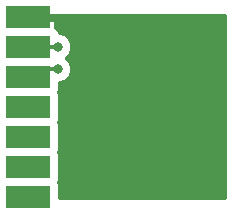
<source format=gbl>
G75*
%MOIN*%
%OFA0B0*%
%FSLAX25Y25*%
%IPPOS*%
%LPD*%
%AMOC8*
5,1,8,0,0,1.08239X$1,22.5*
%
%ADD10R,0.15000X0.07600*%
%ADD11C,0.01600*%
%ADD12C,0.03175*%
%ADD13C,0.01200*%
D10*
X0020500Y0006800D03*
X0020500Y0016800D03*
X0020500Y0026800D03*
X0020500Y0036800D03*
X0020500Y0046800D03*
X0020500Y0056800D03*
X0020500Y0066800D03*
D11*
X0021300Y0067000D02*
X0021300Y0066000D01*
X0029800Y0066000D01*
X0029800Y0063318D01*
X0029813Y0063313D01*
X0030713Y0062413D01*
X0031055Y0061587D01*
X0031452Y0061587D01*
X0033212Y0060859D01*
X0034559Y0059512D01*
X0035287Y0057752D01*
X0035287Y0055848D01*
X0034559Y0054088D01*
X0033520Y0053050D01*
X0034559Y0052012D01*
X0035287Y0050252D01*
X0035287Y0048348D01*
X0034559Y0046588D01*
X0033212Y0045241D01*
X0031452Y0044513D01*
X0031200Y0044513D01*
X0031200Y0042363D01*
X0030967Y0041800D01*
X0031200Y0041237D01*
X0031200Y0032363D01*
X0030967Y0031800D01*
X0031200Y0031237D01*
X0031200Y0022363D01*
X0030967Y0021800D01*
X0031200Y0021237D01*
X0031200Y0012363D01*
X0030967Y0011800D01*
X0031200Y0011237D01*
X0031200Y0006600D01*
X0085700Y0006600D01*
X0085700Y0067000D01*
X0021300Y0067000D01*
X0029800Y0065740D02*
X0085700Y0065740D01*
X0085700Y0064142D02*
X0029800Y0064142D01*
X0030582Y0062543D02*
X0085700Y0062543D01*
X0085700Y0060945D02*
X0033003Y0060945D01*
X0034627Y0059346D02*
X0085700Y0059346D01*
X0085700Y0057748D02*
X0035287Y0057748D01*
X0035287Y0056149D02*
X0085700Y0056149D01*
X0085700Y0054551D02*
X0034750Y0054551D01*
X0033618Y0052952D02*
X0085700Y0052952D01*
X0085700Y0051354D02*
X0034831Y0051354D01*
X0035287Y0049755D02*
X0085700Y0049755D01*
X0085700Y0048157D02*
X0035208Y0048157D01*
X0034529Y0046558D02*
X0085700Y0046558D01*
X0085700Y0044960D02*
X0032532Y0044960D01*
X0031200Y0043361D02*
X0085700Y0043361D01*
X0085700Y0041763D02*
X0030982Y0041763D01*
X0031200Y0040164D02*
X0085700Y0040164D01*
X0085700Y0038566D02*
X0031200Y0038566D01*
X0031200Y0036967D02*
X0085700Y0036967D01*
X0085700Y0035369D02*
X0031200Y0035369D01*
X0031200Y0033770D02*
X0085700Y0033770D01*
X0085700Y0032172D02*
X0031121Y0032172D01*
X0031200Y0030573D02*
X0085700Y0030573D01*
X0085700Y0028975D02*
X0031200Y0028975D01*
X0031200Y0027376D02*
X0085700Y0027376D01*
X0085700Y0025778D02*
X0031200Y0025778D01*
X0031200Y0024179D02*
X0085700Y0024179D01*
X0085700Y0022581D02*
X0031200Y0022581D01*
X0031200Y0020982D02*
X0085700Y0020982D01*
X0085700Y0019384D02*
X0031200Y0019384D01*
X0031200Y0017785D02*
X0085700Y0017785D01*
X0085700Y0016187D02*
X0031200Y0016187D01*
X0031200Y0014588D02*
X0085700Y0014588D01*
X0085700Y0012990D02*
X0031200Y0012990D01*
X0031136Y0011391D02*
X0085700Y0011391D01*
X0085700Y0009793D02*
X0031200Y0009793D01*
X0031200Y0008194D02*
X0085700Y0008194D01*
D12*
X0063000Y0027300D03*
X0060000Y0027300D03*
X0050000Y0037800D03*
X0044500Y0040800D03*
X0030500Y0049300D03*
X0030500Y0056800D03*
X0064000Y0048300D03*
D13*
X0030500Y0049300D02*
X0023000Y0049300D01*
X0020500Y0046800D01*
X0020500Y0056800D02*
X0030500Y0056800D01*
M02*

</source>
